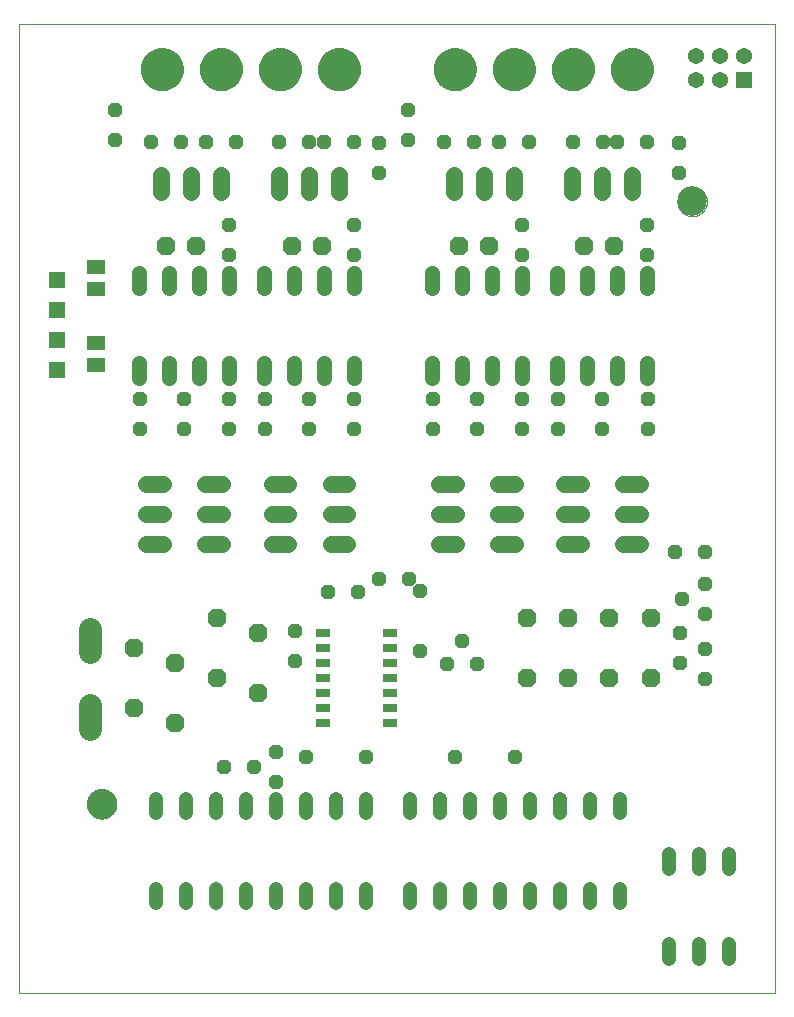
<source format=gbs>
G75*
%MOIN*%
%OFA0B0*%
%FSLAX25Y25*%
%IPPOS*%
%LPD*%
%AMOC8*
5,1,8,0,0,1.08239X$1,22.5*
%
%ADD10C,0.00000*%
%ADD11C,0.09843*%
%ADD12C,0.06299*%
%ADD13OC8,0.04800*%
%ADD14OC8,0.06300*%
%ADD15C,0.05118*%
%ADD16R,0.05400X0.05400*%
%ADD17C,0.05400*%
%ADD18C,0.05600*%
%ADD19C,0.04800*%
%ADD20C,0.07677*%
%ADD21R,0.05500X0.05500*%
%ADD22R,0.05000X0.02500*%
%ADD23C,0.07677*%
%ADD24R,0.05906X0.05118*%
D10*
X0001500Y0001500D02*
X0001500Y0324335D01*
X0253469Y0324335D01*
X0253469Y0001500D01*
X0001500Y0001500D01*
X0024138Y0064492D02*
X0024140Y0064632D01*
X0024146Y0064772D01*
X0024156Y0064911D01*
X0024170Y0065050D01*
X0024188Y0065189D01*
X0024209Y0065327D01*
X0024235Y0065465D01*
X0024265Y0065602D01*
X0024298Y0065737D01*
X0024336Y0065872D01*
X0024377Y0066006D01*
X0024422Y0066139D01*
X0024470Y0066270D01*
X0024523Y0066399D01*
X0024579Y0066528D01*
X0024638Y0066654D01*
X0024702Y0066779D01*
X0024768Y0066902D01*
X0024839Y0067023D01*
X0024912Y0067142D01*
X0024989Y0067259D01*
X0025070Y0067373D01*
X0025153Y0067485D01*
X0025240Y0067595D01*
X0025330Y0067703D01*
X0025422Y0067807D01*
X0025518Y0067909D01*
X0025617Y0068009D01*
X0025718Y0068105D01*
X0025822Y0068199D01*
X0025929Y0068289D01*
X0026038Y0068376D01*
X0026150Y0068461D01*
X0026264Y0068542D01*
X0026380Y0068620D01*
X0026498Y0068694D01*
X0026619Y0068765D01*
X0026741Y0068833D01*
X0026866Y0068897D01*
X0026992Y0068958D01*
X0027119Y0069015D01*
X0027249Y0069068D01*
X0027380Y0069118D01*
X0027512Y0069163D01*
X0027645Y0069206D01*
X0027780Y0069244D01*
X0027915Y0069278D01*
X0028052Y0069309D01*
X0028189Y0069336D01*
X0028327Y0069358D01*
X0028466Y0069377D01*
X0028605Y0069392D01*
X0028744Y0069403D01*
X0028884Y0069410D01*
X0029024Y0069413D01*
X0029164Y0069412D01*
X0029304Y0069407D01*
X0029443Y0069398D01*
X0029583Y0069385D01*
X0029722Y0069368D01*
X0029860Y0069347D01*
X0029998Y0069323D01*
X0030135Y0069294D01*
X0030271Y0069262D01*
X0030406Y0069225D01*
X0030540Y0069185D01*
X0030673Y0069141D01*
X0030804Y0069093D01*
X0030934Y0069042D01*
X0031063Y0068987D01*
X0031190Y0068928D01*
X0031315Y0068865D01*
X0031438Y0068800D01*
X0031560Y0068730D01*
X0031679Y0068657D01*
X0031797Y0068581D01*
X0031912Y0068502D01*
X0032025Y0068419D01*
X0032135Y0068333D01*
X0032243Y0068244D01*
X0032348Y0068152D01*
X0032451Y0068057D01*
X0032551Y0067959D01*
X0032648Y0067859D01*
X0032742Y0067755D01*
X0032834Y0067649D01*
X0032922Y0067541D01*
X0033007Y0067430D01*
X0033089Y0067316D01*
X0033168Y0067200D01*
X0033243Y0067083D01*
X0033315Y0066963D01*
X0033383Y0066841D01*
X0033448Y0066717D01*
X0033510Y0066591D01*
X0033568Y0066464D01*
X0033622Y0066335D01*
X0033673Y0066204D01*
X0033719Y0066072D01*
X0033762Y0065939D01*
X0033802Y0065805D01*
X0033837Y0065670D01*
X0033869Y0065533D01*
X0033896Y0065396D01*
X0033920Y0065258D01*
X0033940Y0065120D01*
X0033956Y0064981D01*
X0033968Y0064841D01*
X0033976Y0064702D01*
X0033980Y0064562D01*
X0033980Y0064422D01*
X0033976Y0064282D01*
X0033968Y0064143D01*
X0033956Y0064003D01*
X0033940Y0063864D01*
X0033920Y0063726D01*
X0033896Y0063588D01*
X0033869Y0063451D01*
X0033837Y0063314D01*
X0033802Y0063179D01*
X0033762Y0063045D01*
X0033719Y0062912D01*
X0033673Y0062780D01*
X0033622Y0062649D01*
X0033568Y0062520D01*
X0033510Y0062393D01*
X0033448Y0062267D01*
X0033383Y0062143D01*
X0033315Y0062021D01*
X0033243Y0061901D01*
X0033168Y0061784D01*
X0033089Y0061668D01*
X0033007Y0061554D01*
X0032922Y0061443D01*
X0032834Y0061335D01*
X0032742Y0061229D01*
X0032648Y0061125D01*
X0032551Y0061025D01*
X0032451Y0060927D01*
X0032348Y0060832D01*
X0032243Y0060740D01*
X0032135Y0060651D01*
X0032025Y0060565D01*
X0031912Y0060482D01*
X0031797Y0060403D01*
X0031679Y0060327D01*
X0031560Y0060254D01*
X0031438Y0060184D01*
X0031315Y0060119D01*
X0031190Y0060056D01*
X0031063Y0059997D01*
X0030934Y0059942D01*
X0030804Y0059891D01*
X0030673Y0059843D01*
X0030540Y0059799D01*
X0030406Y0059759D01*
X0030271Y0059722D01*
X0030135Y0059690D01*
X0029998Y0059661D01*
X0029860Y0059637D01*
X0029722Y0059616D01*
X0029583Y0059599D01*
X0029443Y0059586D01*
X0029304Y0059577D01*
X0029164Y0059572D01*
X0029024Y0059571D01*
X0028884Y0059574D01*
X0028744Y0059581D01*
X0028605Y0059592D01*
X0028466Y0059607D01*
X0028327Y0059626D01*
X0028189Y0059648D01*
X0028052Y0059675D01*
X0027915Y0059706D01*
X0027780Y0059740D01*
X0027645Y0059778D01*
X0027512Y0059821D01*
X0027380Y0059866D01*
X0027249Y0059916D01*
X0027119Y0059969D01*
X0026992Y0060026D01*
X0026866Y0060087D01*
X0026741Y0060151D01*
X0026619Y0060219D01*
X0026498Y0060290D01*
X0026380Y0060364D01*
X0026264Y0060442D01*
X0026150Y0060523D01*
X0026038Y0060608D01*
X0025929Y0060695D01*
X0025822Y0060785D01*
X0025718Y0060879D01*
X0025617Y0060975D01*
X0025518Y0061075D01*
X0025422Y0061177D01*
X0025330Y0061281D01*
X0025240Y0061389D01*
X0025153Y0061499D01*
X0025070Y0061611D01*
X0024989Y0061725D01*
X0024912Y0061842D01*
X0024839Y0061961D01*
X0024768Y0062082D01*
X0024702Y0062205D01*
X0024638Y0062330D01*
X0024579Y0062456D01*
X0024523Y0062585D01*
X0024470Y0062714D01*
X0024422Y0062845D01*
X0024377Y0062978D01*
X0024336Y0063112D01*
X0024298Y0063247D01*
X0024265Y0063382D01*
X0024235Y0063519D01*
X0024209Y0063657D01*
X0024188Y0063795D01*
X0024170Y0063934D01*
X0024156Y0064073D01*
X0024146Y0064212D01*
X0024140Y0064352D01*
X0024138Y0064492D01*
X0220988Y0265280D02*
X0220990Y0265420D01*
X0220996Y0265560D01*
X0221006Y0265699D01*
X0221020Y0265838D01*
X0221038Y0265977D01*
X0221059Y0266115D01*
X0221085Y0266253D01*
X0221115Y0266390D01*
X0221148Y0266525D01*
X0221186Y0266660D01*
X0221227Y0266794D01*
X0221272Y0266927D01*
X0221320Y0267058D01*
X0221373Y0267187D01*
X0221429Y0267316D01*
X0221488Y0267442D01*
X0221552Y0267567D01*
X0221618Y0267690D01*
X0221689Y0267811D01*
X0221762Y0267930D01*
X0221839Y0268047D01*
X0221920Y0268161D01*
X0222003Y0268273D01*
X0222090Y0268383D01*
X0222180Y0268491D01*
X0222272Y0268595D01*
X0222368Y0268697D01*
X0222467Y0268797D01*
X0222568Y0268893D01*
X0222672Y0268987D01*
X0222779Y0269077D01*
X0222888Y0269164D01*
X0223000Y0269249D01*
X0223114Y0269330D01*
X0223230Y0269408D01*
X0223348Y0269482D01*
X0223469Y0269553D01*
X0223591Y0269621D01*
X0223716Y0269685D01*
X0223842Y0269746D01*
X0223969Y0269803D01*
X0224099Y0269856D01*
X0224230Y0269906D01*
X0224362Y0269951D01*
X0224495Y0269994D01*
X0224630Y0270032D01*
X0224765Y0270066D01*
X0224902Y0270097D01*
X0225039Y0270124D01*
X0225177Y0270146D01*
X0225316Y0270165D01*
X0225455Y0270180D01*
X0225594Y0270191D01*
X0225734Y0270198D01*
X0225874Y0270201D01*
X0226014Y0270200D01*
X0226154Y0270195D01*
X0226293Y0270186D01*
X0226433Y0270173D01*
X0226572Y0270156D01*
X0226710Y0270135D01*
X0226848Y0270111D01*
X0226985Y0270082D01*
X0227121Y0270050D01*
X0227256Y0270013D01*
X0227390Y0269973D01*
X0227523Y0269929D01*
X0227654Y0269881D01*
X0227784Y0269830D01*
X0227913Y0269775D01*
X0228040Y0269716D01*
X0228165Y0269653D01*
X0228288Y0269588D01*
X0228410Y0269518D01*
X0228529Y0269445D01*
X0228647Y0269369D01*
X0228762Y0269290D01*
X0228875Y0269207D01*
X0228985Y0269121D01*
X0229093Y0269032D01*
X0229198Y0268940D01*
X0229301Y0268845D01*
X0229401Y0268747D01*
X0229498Y0268647D01*
X0229592Y0268543D01*
X0229684Y0268437D01*
X0229772Y0268329D01*
X0229857Y0268218D01*
X0229939Y0268104D01*
X0230018Y0267988D01*
X0230093Y0267871D01*
X0230165Y0267751D01*
X0230233Y0267629D01*
X0230298Y0267505D01*
X0230360Y0267379D01*
X0230418Y0267252D01*
X0230472Y0267123D01*
X0230523Y0266992D01*
X0230569Y0266860D01*
X0230612Y0266727D01*
X0230652Y0266593D01*
X0230687Y0266458D01*
X0230719Y0266321D01*
X0230746Y0266184D01*
X0230770Y0266046D01*
X0230790Y0265908D01*
X0230806Y0265769D01*
X0230818Y0265629D01*
X0230826Y0265490D01*
X0230830Y0265350D01*
X0230830Y0265210D01*
X0230826Y0265070D01*
X0230818Y0264931D01*
X0230806Y0264791D01*
X0230790Y0264652D01*
X0230770Y0264514D01*
X0230746Y0264376D01*
X0230719Y0264239D01*
X0230687Y0264102D01*
X0230652Y0263967D01*
X0230612Y0263833D01*
X0230569Y0263700D01*
X0230523Y0263568D01*
X0230472Y0263437D01*
X0230418Y0263308D01*
X0230360Y0263181D01*
X0230298Y0263055D01*
X0230233Y0262931D01*
X0230165Y0262809D01*
X0230093Y0262689D01*
X0230018Y0262572D01*
X0229939Y0262456D01*
X0229857Y0262342D01*
X0229772Y0262231D01*
X0229684Y0262123D01*
X0229592Y0262017D01*
X0229498Y0261913D01*
X0229401Y0261813D01*
X0229301Y0261715D01*
X0229198Y0261620D01*
X0229093Y0261528D01*
X0228985Y0261439D01*
X0228875Y0261353D01*
X0228762Y0261270D01*
X0228647Y0261191D01*
X0228529Y0261115D01*
X0228410Y0261042D01*
X0228288Y0260972D01*
X0228165Y0260907D01*
X0228040Y0260844D01*
X0227913Y0260785D01*
X0227784Y0260730D01*
X0227654Y0260679D01*
X0227523Y0260631D01*
X0227390Y0260587D01*
X0227256Y0260547D01*
X0227121Y0260510D01*
X0226985Y0260478D01*
X0226848Y0260449D01*
X0226710Y0260425D01*
X0226572Y0260404D01*
X0226433Y0260387D01*
X0226293Y0260374D01*
X0226154Y0260365D01*
X0226014Y0260360D01*
X0225874Y0260359D01*
X0225734Y0260362D01*
X0225594Y0260369D01*
X0225455Y0260380D01*
X0225316Y0260395D01*
X0225177Y0260414D01*
X0225039Y0260436D01*
X0224902Y0260463D01*
X0224765Y0260494D01*
X0224630Y0260528D01*
X0224495Y0260566D01*
X0224362Y0260609D01*
X0224230Y0260654D01*
X0224099Y0260704D01*
X0223969Y0260757D01*
X0223842Y0260814D01*
X0223716Y0260875D01*
X0223591Y0260939D01*
X0223469Y0261007D01*
X0223348Y0261078D01*
X0223230Y0261152D01*
X0223114Y0261230D01*
X0223000Y0261311D01*
X0222888Y0261396D01*
X0222779Y0261483D01*
X0222672Y0261573D01*
X0222568Y0261667D01*
X0222467Y0261763D01*
X0222368Y0261863D01*
X0222272Y0261965D01*
X0222180Y0262069D01*
X0222090Y0262177D01*
X0222003Y0262287D01*
X0221920Y0262399D01*
X0221839Y0262513D01*
X0221762Y0262630D01*
X0221689Y0262749D01*
X0221618Y0262870D01*
X0221552Y0262993D01*
X0221488Y0263118D01*
X0221429Y0263244D01*
X0221373Y0263373D01*
X0221320Y0263502D01*
X0221272Y0263633D01*
X0221227Y0263766D01*
X0221186Y0263900D01*
X0221148Y0264035D01*
X0221115Y0264170D01*
X0221085Y0264307D01*
X0221059Y0264445D01*
X0221038Y0264583D01*
X0221020Y0264722D01*
X0221006Y0264861D01*
X0220996Y0265000D01*
X0220990Y0265140D01*
X0220988Y0265280D01*
D11*
X0225909Y0265280D03*
X0029059Y0064492D03*
D12*
X0045201Y0309374D02*
X0045203Y0309499D01*
X0045209Y0309624D01*
X0045219Y0309748D01*
X0045233Y0309872D01*
X0045250Y0309996D01*
X0045272Y0310119D01*
X0045298Y0310241D01*
X0045327Y0310363D01*
X0045360Y0310483D01*
X0045398Y0310602D01*
X0045438Y0310721D01*
X0045483Y0310837D01*
X0045531Y0310952D01*
X0045583Y0311066D01*
X0045639Y0311178D01*
X0045698Y0311288D01*
X0045760Y0311396D01*
X0045826Y0311503D01*
X0045895Y0311607D01*
X0045968Y0311708D01*
X0046043Y0311808D01*
X0046122Y0311905D01*
X0046204Y0311999D01*
X0046289Y0312091D01*
X0046376Y0312180D01*
X0046467Y0312266D01*
X0046560Y0312349D01*
X0046656Y0312430D01*
X0046754Y0312507D01*
X0046854Y0312581D01*
X0046957Y0312652D01*
X0047062Y0312719D01*
X0047170Y0312784D01*
X0047279Y0312844D01*
X0047390Y0312902D01*
X0047503Y0312955D01*
X0047617Y0313005D01*
X0047733Y0313052D01*
X0047850Y0313094D01*
X0047969Y0313133D01*
X0048089Y0313169D01*
X0048210Y0313200D01*
X0048332Y0313228D01*
X0048454Y0313251D01*
X0048578Y0313271D01*
X0048702Y0313287D01*
X0048826Y0313299D01*
X0048951Y0313307D01*
X0049076Y0313311D01*
X0049200Y0313311D01*
X0049325Y0313307D01*
X0049450Y0313299D01*
X0049574Y0313287D01*
X0049698Y0313271D01*
X0049822Y0313251D01*
X0049944Y0313228D01*
X0050066Y0313200D01*
X0050187Y0313169D01*
X0050307Y0313133D01*
X0050426Y0313094D01*
X0050543Y0313052D01*
X0050659Y0313005D01*
X0050773Y0312955D01*
X0050886Y0312902D01*
X0050997Y0312844D01*
X0051107Y0312784D01*
X0051214Y0312719D01*
X0051319Y0312652D01*
X0051422Y0312581D01*
X0051522Y0312507D01*
X0051620Y0312430D01*
X0051716Y0312349D01*
X0051809Y0312266D01*
X0051900Y0312180D01*
X0051987Y0312091D01*
X0052072Y0311999D01*
X0052154Y0311905D01*
X0052233Y0311808D01*
X0052308Y0311708D01*
X0052381Y0311607D01*
X0052450Y0311503D01*
X0052516Y0311396D01*
X0052578Y0311288D01*
X0052637Y0311178D01*
X0052693Y0311066D01*
X0052745Y0310952D01*
X0052793Y0310837D01*
X0052838Y0310721D01*
X0052878Y0310602D01*
X0052916Y0310483D01*
X0052949Y0310363D01*
X0052978Y0310241D01*
X0053004Y0310119D01*
X0053026Y0309996D01*
X0053043Y0309872D01*
X0053057Y0309748D01*
X0053067Y0309624D01*
X0053073Y0309499D01*
X0053075Y0309374D01*
X0053073Y0309249D01*
X0053067Y0309124D01*
X0053057Y0309000D01*
X0053043Y0308876D01*
X0053026Y0308752D01*
X0053004Y0308629D01*
X0052978Y0308507D01*
X0052949Y0308385D01*
X0052916Y0308265D01*
X0052878Y0308146D01*
X0052838Y0308027D01*
X0052793Y0307911D01*
X0052745Y0307796D01*
X0052693Y0307682D01*
X0052637Y0307570D01*
X0052578Y0307460D01*
X0052516Y0307352D01*
X0052450Y0307245D01*
X0052381Y0307141D01*
X0052308Y0307040D01*
X0052233Y0306940D01*
X0052154Y0306843D01*
X0052072Y0306749D01*
X0051987Y0306657D01*
X0051900Y0306568D01*
X0051809Y0306482D01*
X0051716Y0306399D01*
X0051620Y0306318D01*
X0051522Y0306241D01*
X0051422Y0306167D01*
X0051319Y0306096D01*
X0051214Y0306029D01*
X0051106Y0305964D01*
X0050997Y0305904D01*
X0050886Y0305846D01*
X0050773Y0305793D01*
X0050659Y0305743D01*
X0050543Y0305696D01*
X0050426Y0305654D01*
X0050307Y0305615D01*
X0050187Y0305579D01*
X0050066Y0305548D01*
X0049944Y0305520D01*
X0049822Y0305497D01*
X0049698Y0305477D01*
X0049574Y0305461D01*
X0049450Y0305449D01*
X0049325Y0305441D01*
X0049200Y0305437D01*
X0049076Y0305437D01*
X0048951Y0305441D01*
X0048826Y0305449D01*
X0048702Y0305461D01*
X0048578Y0305477D01*
X0048454Y0305497D01*
X0048332Y0305520D01*
X0048210Y0305548D01*
X0048089Y0305579D01*
X0047969Y0305615D01*
X0047850Y0305654D01*
X0047733Y0305696D01*
X0047617Y0305743D01*
X0047503Y0305793D01*
X0047390Y0305846D01*
X0047279Y0305904D01*
X0047169Y0305964D01*
X0047062Y0306029D01*
X0046957Y0306096D01*
X0046854Y0306167D01*
X0046754Y0306241D01*
X0046656Y0306318D01*
X0046560Y0306399D01*
X0046467Y0306482D01*
X0046376Y0306568D01*
X0046289Y0306657D01*
X0046204Y0306749D01*
X0046122Y0306843D01*
X0046043Y0306940D01*
X0045968Y0307040D01*
X0045895Y0307141D01*
X0045826Y0307245D01*
X0045760Y0307352D01*
X0045698Y0307460D01*
X0045639Y0307570D01*
X0045583Y0307682D01*
X0045531Y0307796D01*
X0045483Y0307911D01*
X0045438Y0308027D01*
X0045398Y0308146D01*
X0045360Y0308265D01*
X0045327Y0308385D01*
X0045298Y0308507D01*
X0045272Y0308629D01*
X0045250Y0308752D01*
X0045233Y0308876D01*
X0045219Y0309000D01*
X0045209Y0309124D01*
X0045203Y0309249D01*
X0045201Y0309374D01*
X0064886Y0309374D02*
X0064888Y0309499D01*
X0064894Y0309624D01*
X0064904Y0309748D01*
X0064918Y0309872D01*
X0064935Y0309996D01*
X0064957Y0310119D01*
X0064983Y0310241D01*
X0065012Y0310363D01*
X0065045Y0310483D01*
X0065083Y0310602D01*
X0065123Y0310721D01*
X0065168Y0310837D01*
X0065216Y0310952D01*
X0065268Y0311066D01*
X0065324Y0311178D01*
X0065383Y0311288D01*
X0065445Y0311396D01*
X0065511Y0311503D01*
X0065580Y0311607D01*
X0065653Y0311708D01*
X0065728Y0311808D01*
X0065807Y0311905D01*
X0065889Y0311999D01*
X0065974Y0312091D01*
X0066061Y0312180D01*
X0066152Y0312266D01*
X0066245Y0312349D01*
X0066341Y0312430D01*
X0066439Y0312507D01*
X0066539Y0312581D01*
X0066642Y0312652D01*
X0066747Y0312719D01*
X0066855Y0312784D01*
X0066964Y0312844D01*
X0067075Y0312902D01*
X0067188Y0312955D01*
X0067302Y0313005D01*
X0067418Y0313052D01*
X0067535Y0313094D01*
X0067654Y0313133D01*
X0067774Y0313169D01*
X0067895Y0313200D01*
X0068017Y0313228D01*
X0068139Y0313251D01*
X0068263Y0313271D01*
X0068387Y0313287D01*
X0068511Y0313299D01*
X0068636Y0313307D01*
X0068761Y0313311D01*
X0068885Y0313311D01*
X0069010Y0313307D01*
X0069135Y0313299D01*
X0069259Y0313287D01*
X0069383Y0313271D01*
X0069507Y0313251D01*
X0069629Y0313228D01*
X0069751Y0313200D01*
X0069872Y0313169D01*
X0069992Y0313133D01*
X0070111Y0313094D01*
X0070228Y0313052D01*
X0070344Y0313005D01*
X0070458Y0312955D01*
X0070571Y0312902D01*
X0070682Y0312844D01*
X0070792Y0312784D01*
X0070899Y0312719D01*
X0071004Y0312652D01*
X0071107Y0312581D01*
X0071207Y0312507D01*
X0071305Y0312430D01*
X0071401Y0312349D01*
X0071494Y0312266D01*
X0071585Y0312180D01*
X0071672Y0312091D01*
X0071757Y0311999D01*
X0071839Y0311905D01*
X0071918Y0311808D01*
X0071993Y0311708D01*
X0072066Y0311607D01*
X0072135Y0311503D01*
X0072201Y0311396D01*
X0072263Y0311288D01*
X0072322Y0311178D01*
X0072378Y0311066D01*
X0072430Y0310952D01*
X0072478Y0310837D01*
X0072523Y0310721D01*
X0072563Y0310602D01*
X0072601Y0310483D01*
X0072634Y0310363D01*
X0072663Y0310241D01*
X0072689Y0310119D01*
X0072711Y0309996D01*
X0072728Y0309872D01*
X0072742Y0309748D01*
X0072752Y0309624D01*
X0072758Y0309499D01*
X0072760Y0309374D01*
X0072758Y0309249D01*
X0072752Y0309124D01*
X0072742Y0309000D01*
X0072728Y0308876D01*
X0072711Y0308752D01*
X0072689Y0308629D01*
X0072663Y0308507D01*
X0072634Y0308385D01*
X0072601Y0308265D01*
X0072563Y0308146D01*
X0072523Y0308027D01*
X0072478Y0307911D01*
X0072430Y0307796D01*
X0072378Y0307682D01*
X0072322Y0307570D01*
X0072263Y0307460D01*
X0072201Y0307352D01*
X0072135Y0307245D01*
X0072066Y0307141D01*
X0071993Y0307040D01*
X0071918Y0306940D01*
X0071839Y0306843D01*
X0071757Y0306749D01*
X0071672Y0306657D01*
X0071585Y0306568D01*
X0071494Y0306482D01*
X0071401Y0306399D01*
X0071305Y0306318D01*
X0071207Y0306241D01*
X0071107Y0306167D01*
X0071004Y0306096D01*
X0070899Y0306029D01*
X0070791Y0305964D01*
X0070682Y0305904D01*
X0070571Y0305846D01*
X0070458Y0305793D01*
X0070344Y0305743D01*
X0070228Y0305696D01*
X0070111Y0305654D01*
X0069992Y0305615D01*
X0069872Y0305579D01*
X0069751Y0305548D01*
X0069629Y0305520D01*
X0069507Y0305497D01*
X0069383Y0305477D01*
X0069259Y0305461D01*
X0069135Y0305449D01*
X0069010Y0305441D01*
X0068885Y0305437D01*
X0068761Y0305437D01*
X0068636Y0305441D01*
X0068511Y0305449D01*
X0068387Y0305461D01*
X0068263Y0305477D01*
X0068139Y0305497D01*
X0068017Y0305520D01*
X0067895Y0305548D01*
X0067774Y0305579D01*
X0067654Y0305615D01*
X0067535Y0305654D01*
X0067418Y0305696D01*
X0067302Y0305743D01*
X0067188Y0305793D01*
X0067075Y0305846D01*
X0066964Y0305904D01*
X0066854Y0305964D01*
X0066747Y0306029D01*
X0066642Y0306096D01*
X0066539Y0306167D01*
X0066439Y0306241D01*
X0066341Y0306318D01*
X0066245Y0306399D01*
X0066152Y0306482D01*
X0066061Y0306568D01*
X0065974Y0306657D01*
X0065889Y0306749D01*
X0065807Y0306843D01*
X0065728Y0306940D01*
X0065653Y0307040D01*
X0065580Y0307141D01*
X0065511Y0307245D01*
X0065445Y0307352D01*
X0065383Y0307460D01*
X0065324Y0307570D01*
X0065268Y0307682D01*
X0065216Y0307796D01*
X0065168Y0307911D01*
X0065123Y0308027D01*
X0065083Y0308146D01*
X0065045Y0308265D01*
X0065012Y0308385D01*
X0064983Y0308507D01*
X0064957Y0308629D01*
X0064935Y0308752D01*
X0064918Y0308876D01*
X0064904Y0309000D01*
X0064894Y0309124D01*
X0064888Y0309249D01*
X0064886Y0309374D01*
X0084571Y0309374D02*
X0084573Y0309499D01*
X0084579Y0309624D01*
X0084589Y0309748D01*
X0084603Y0309872D01*
X0084620Y0309996D01*
X0084642Y0310119D01*
X0084668Y0310241D01*
X0084697Y0310363D01*
X0084730Y0310483D01*
X0084768Y0310602D01*
X0084808Y0310721D01*
X0084853Y0310837D01*
X0084901Y0310952D01*
X0084953Y0311066D01*
X0085009Y0311178D01*
X0085068Y0311288D01*
X0085130Y0311396D01*
X0085196Y0311503D01*
X0085265Y0311607D01*
X0085338Y0311708D01*
X0085413Y0311808D01*
X0085492Y0311905D01*
X0085574Y0311999D01*
X0085659Y0312091D01*
X0085746Y0312180D01*
X0085837Y0312266D01*
X0085930Y0312349D01*
X0086026Y0312430D01*
X0086124Y0312507D01*
X0086224Y0312581D01*
X0086327Y0312652D01*
X0086432Y0312719D01*
X0086540Y0312784D01*
X0086649Y0312844D01*
X0086760Y0312902D01*
X0086873Y0312955D01*
X0086987Y0313005D01*
X0087103Y0313052D01*
X0087220Y0313094D01*
X0087339Y0313133D01*
X0087459Y0313169D01*
X0087580Y0313200D01*
X0087702Y0313228D01*
X0087824Y0313251D01*
X0087948Y0313271D01*
X0088072Y0313287D01*
X0088196Y0313299D01*
X0088321Y0313307D01*
X0088446Y0313311D01*
X0088570Y0313311D01*
X0088695Y0313307D01*
X0088820Y0313299D01*
X0088944Y0313287D01*
X0089068Y0313271D01*
X0089192Y0313251D01*
X0089314Y0313228D01*
X0089436Y0313200D01*
X0089557Y0313169D01*
X0089677Y0313133D01*
X0089796Y0313094D01*
X0089913Y0313052D01*
X0090029Y0313005D01*
X0090143Y0312955D01*
X0090256Y0312902D01*
X0090367Y0312844D01*
X0090477Y0312784D01*
X0090584Y0312719D01*
X0090689Y0312652D01*
X0090792Y0312581D01*
X0090892Y0312507D01*
X0090990Y0312430D01*
X0091086Y0312349D01*
X0091179Y0312266D01*
X0091270Y0312180D01*
X0091357Y0312091D01*
X0091442Y0311999D01*
X0091524Y0311905D01*
X0091603Y0311808D01*
X0091678Y0311708D01*
X0091751Y0311607D01*
X0091820Y0311503D01*
X0091886Y0311396D01*
X0091948Y0311288D01*
X0092007Y0311178D01*
X0092063Y0311066D01*
X0092115Y0310952D01*
X0092163Y0310837D01*
X0092208Y0310721D01*
X0092248Y0310602D01*
X0092286Y0310483D01*
X0092319Y0310363D01*
X0092348Y0310241D01*
X0092374Y0310119D01*
X0092396Y0309996D01*
X0092413Y0309872D01*
X0092427Y0309748D01*
X0092437Y0309624D01*
X0092443Y0309499D01*
X0092445Y0309374D01*
X0092443Y0309249D01*
X0092437Y0309124D01*
X0092427Y0309000D01*
X0092413Y0308876D01*
X0092396Y0308752D01*
X0092374Y0308629D01*
X0092348Y0308507D01*
X0092319Y0308385D01*
X0092286Y0308265D01*
X0092248Y0308146D01*
X0092208Y0308027D01*
X0092163Y0307911D01*
X0092115Y0307796D01*
X0092063Y0307682D01*
X0092007Y0307570D01*
X0091948Y0307460D01*
X0091886Y0307352D01*
X0091820Y0307245D01*
X0091751Y0307141D01*
X0091678Y0307040D01*
X0091603Y0306940D01*
X0091524Y0306843D01*
X0091442Y0306749D01*
X0091357Y0306657D01*
X0091270Y0306568D01*
X0091179Y0306482D01*
X0091086Y0306399D01*
X0090990Y0306318D01*
X0090892Y0306241D01*
X0090792Y0306167D01*
X0090689Y0306096D01*
X0090584Y0306029D01*
X0090476Y0305964D01*
X0090367Y0305904D01*
X0090256Y0305846D01*
X0090143Y0305793D01*
X0090029Y0305743D01*
X0089913Y0305696D01*
X0089796Y0305654D01*
X0089677Y0305615D01*
X0089557Y0305579D01*
X0089436Y0305548D01*
X0089314Y0305520D01*
X0089192Y0305497D01*
X0089068Y0305477D01*
X0088944Y0305461D01*
X0088820Y0305449D01*
X0088695Y0305441D01*
X0088570Y0305437D01*
X0088446Y0305437D01*
X0088321Y0305441D01*
X0088196Y0305449D01*
X0088072Y0305461D01*
X0087948Y0305477D01*
X0087824Y0305497D01*
X0087702Y0305520D01*
X0087580Y0305548D01*
X0087459Y0305579D01*
X0087339Y0305615D01*
X0087220Y0305654D01*
X0087103Y0305696D01*
X0086987Y0305743D01*
X0086873Y0305793D01*
X0086760Y0305846D01*
X0086649Y0305904D01*
X0086539Y0305964D01*
X0086432Y0306029D01*
X0086327Y0306096D01*
X0086224Y0306167D01*
X0086124Y0306241D01*
X0086026Y0306318D01*
X0085930Y0306399D01*
X0085837Y0306482D01*
X0085746Y0306568D01*
X0085659Y0306657D01*
X0085574Y0306749D01*
X0085492Y0306843D01*
X0085413Y0306940D01*
X0085338Y0307040D01*
X0085265Y0307141D01*
X0085196Y0307245D01*
X0085130Y0307352D01*
X0085068Y0307460D01*
X0085009Y0307570D01*
X0084953Y0307682D01*
X0084901Y0307796D01*
X0084853Y0307911D01*
X0084808Y0308027D01*
X0084768Y0308146D01*
X0084730Y0308265D01*
X0084697Y0308385D01*
X0084668Y0308507D01*
X0084642Y0308629D01*
X0084620Y0308752D01*
X0084603Y0308876D01*
X0084589Y0309000D01*
X0084579Y0309124D01*
X0084573Y0309249D01*
X0084571Y0309374D01*
X0104256Y0309374D02*
X0104258Y0309499D01*
X0104264Y0309624D01*
X0104274Y0309748D01*
X0104288Y0309872D01*
X0104305Y0309996D01*
X0104327Y0310119D01*
X0104353Y0310241D01*
X0104382Y0310363D01*
X0104415Y0310483D01*
X0104453Y0310602D01*
X0104493Y0310721D01*
X0104538Y0310837D01*
X0104586Y0310952D01*
X0104638Y0311066D01*
X0104694Y0311178D01*
X0104753Y0311288D01*
X0104815Y0311396D01*
X0104881Y0311503D01*
X0104950Y0311607D01*
X0105023Y0311708D01*
X0105098Y0311808D01*
X0105177Y0311905D01*
X0105259Y0311999D01*
X0105344Y0312091D01*
X0105431Y0312180D01*
X0105522Y0312266D01*
X0105615Y0312349D01*
X0105711Y0312430D01*
X0105809Y0312507D01*
X0105909Y0312581D01*
X0106012Y0312652D01*
X0106117Y0312719D01*
X0106225Y0312784D01*
X0106334Y0312844D01*
X0106445Y0312902D01*
X0106558Y0312955D01*
X0106672Y0313005D01*
X0106788Y0313052D01*
X0106905Y0313094D01*
X0107024Y0313133D01*
X0107144Y0313169D01*
X0107265Y0313200D01*
X0107387Y0313228D01*
X0107509Y0313251D01*
X0107633Y0313271D01*
X0107757Y0313287D01*
X0107881Y0313299D01*
X0108006Y0313307D01*
X0108131Y0313311D01*
X0108255Y0313311D01*
X0108380Y0313307D01*
X0108505Y0313299D01*
X0108629Y0313287D01*
X0108753Y0313271D01*
X0108877Y0313251D01*
X0108999Y0313228D01*
X0109121Y0313200D01*
X0109242Y0313169D01*
X0109362Y0313133D01*
X0109481Y0313094D01*
X0109598Y0313052D01*
X0109714Y0313005D01*
X0109828Y0312955D01*
X0109941Y0312902D01*
X0110052Y0312844D01*
X0110162Y0312784D01*
X0110269Y0312719D01*
X0110374Y0312652D01*
X0110477Y0312581D01*
X0110577Y0312507D01*
X0110675Y0312430D01*
X0110771Y0312349D01*
X0110864Y0312266D01*
X0110955Y0312180D01*
X0111042Y0312091D01*
X0111127Y0311999D01*
X0111209Y0311905D01*
X0111288Y0311808D01*
X0111363Y0311708D01*
X0111436Y0311607D01*
X0111505Y0311503D01*
X0111571Y0311396D01*
X0111633Y0311288D01*
X0111692Y0311178D01*
X0111748Y0311066D01*
X0111800Y0310952D01*
X0111848Y0310837D01*
X0111893Y0310721D01*
X0111933Y0310602D01*
X0111971Y0310483D01*
X0112004Y0310363D01*
X0112033Y0310241D01*
X0112059Y0310119D01*
X0112081Y0309996D01*
X0112098Y0309872D01*
X0112112Y0309748D01*
X0112122Y0309624D01*
X0112128Y0309499D01*
X0112130Y0309374D01*
X0112128Y0309249D01*
X0112122Y0309124D01*
X0112112Y0309000D01*
X0112098Y0308876D01*
X0112081Y0308752D01*
X0112059Y0308629D01*
X0112033Y0308507D01*
X0112004Y0308385D01*
X0111971Y0308265D01*
X0111933Y0308146D01*
X0111893Y0308027D01*
X0111848Y0307911D01*
X0111800Y0307796D01*
X0111748Y0307682D01*
X0111692Y0307570D01*
X0111633Y0307460D01*
X0111571Y0307352D01*
X0111505Y0307245D01*
X0111436Y0307141D01*
X0111363Y0307040D01*
X0111288Y0306940D01*
X0111209Y0306843D01*
X0111127Y0306749D01*
X0111042Y0306657D01*
X0110955Y0306568D01*
X0110864Y0306482D01*
X0110771Y0306399D01*
X0110675Y0306318D01*
X0110577Y0306241D01*
X0110477Y0306167D01*
X0110374Y0306096D01*
X0110269Y0306029D01*
X0110161Y0305964D01*
X0110052Y0305904D01*
X0109941Y0305846D01*
X0109828Y0305793D01*
X0109714Y0305743D01*
X0109598Y0305696D01*
X0109481Y0305654D01*
X0109362Y0305615D01*
X0109242Y0305579D01*
X0109121Y0305548D01*
X0108999Y0305520D01*
X0108877Y0305497D01*
X0108753Y0305477D01*
X0108629Y0305461D01*
X0108505Y0305449D01*
X0108380Y0305441D01*
X0108255Y0305437D01*
X0108131Y0305437D01*
X0108006Y0305441D01*
X0107881Y0305449D01*
X0107757Y0305461D01*
X0107633Y0305477D01*
X0107509Y0305497D01*
X0107387Y0305520D01*
X0107265Y0305548D01*
X0107144Y0305579D01*
X0107024Y0305615D01*
X0106905Y0305654D01*
X0106788Y0305696D01*
X0106672Y0305743D01*
X0106558Y0305793D01*
X0106445Y0305846D01*
X0106334Y0305904D01*
X0106224Y0305964D01*
X0106117Y0306029D01*
X0106012Y0306096D01*
X0105909Y0306167D01*
X0105809Y0306241D01*
X0105711Y0306318D01*
X0105615Y0306399D01*
X0105522Y0306482D01*
X0105431Y0306568D01*
X0105344Y0306657D01*
X0105259Y0306749D01*
X0105177Y0306843D01*
X0105098Y0306940D01*
X0105023Y0307040D01*
X0104950Y0307141D01*
X0104881Y0307245D01*
X0104815Y0307352D01*
X0104753Y0307460D01*
X0104694Y0307570D01*
X0104638Y0307682D01*
X0104586Y0307796D01*
X0104538Y0307911D01*
X0104493Y0308027D01*
X0104453Y0308146D01*
X0104415Y0308265D01*
X0104382Y0308385D01*
X0104353Y0308507D01*
X0104327Y0308629D01*
X0104305Y0308752D01*
X0104288Y0308876D01*
X0104274Y0309000D01*
X0104264Y0309124D01*
X0104258Y0309249D01*
X0104256Y0309374D01*
X0142839Y0309374D02*
X0142841Y0309499D01*
X0142847Y0309624D01*
X0142857Y0309748D01*
X0142871Y0309872D01*
X0142888Y0309996D01*
X0142910Y0310119D01*
X0142936Y0310241D01*
X0142965Y0310363D01*
X0142998Y0310483D01*
X0143036Y0310602D01*
X0143076Y0310721D01*
X0143121Y0310837D01*
X0143169Y0310952D01*
X0143221Y0311066D01*
X0143277Y0311178D01*
X0143336Y0311288D01*
X0143398Y0311396D01*
X0143464Y0311503D01*
X0143533Y0311607D01*
X0143606Y0311708D01*
X0143681Y0311808D01*
X0143760Y0311905D01*
X0143842Y0311999D01*
X0143927Y0312091D01*
X0144014Y0312180D01*
X0144105Y0312266D01*
X0144198Y0312349D01*
X0144294Y0312430D01*
X0144392Y0312507D01*
X0144492Y0312581D01*
X0144595Y0312652D01*
X0144700Y0312719D01*
X0144808Y0312784D01*
X0144917Y0312844D01*
X0145028Y0312902D01*
X0145141Y0312955D01*
X0145255Y0313005D01*
X0145371Y0313052D01*
X0145488Y0313094D01*
X0145607Y0313133D01*
X0145727Y0313169D01*
X0145848Y0313200D01*
X0145970Y0313228D01*
X0146092Y0313251D01*
X0146216Y0313271D01*
X0146340Y0313287D01*
X0146464Y0313299D01*
X0146589Y0313307D01*
X0146714Y0313311D01*
X0146838Y0313311D01*
X0146963Y0313307D01*
X0147088Y0313299D01*
X0147212Y0313287D01*
X0147336Y0313271D01*
X0147460Y0313251D01*
X0147582Y0313228D01*
X0147704Y0313200D01*
X0147825Y0313169D01*
X0147945Y0313133D01*
X0148064Y0313094D01*
X0148181Y0313052D01*
X0148297Y0313005D01*
X0148411Y0312955D01*
X0148524Y0312902D01*
X0148635Y0312844D01*
X0148745Y0312784D01*
X0148852Y0312719D01*
X0148957Y0312652D01*
X0149060Y0312581D01*
X0149160Y0312507D01*
X0149258Y0312430D01*
X0149354Y0312349D01*
X0149447Y0312266D01*
X0149538Y0312180D01*
X0149625Y0312091D01*
X0149710Y0311999D01*
X0149792Y0311905D01*
X0149871Y0311808D01*
X0149946Y0311708D01*
X0150019Y0311607D01*
X0150088Y0311503D01*
X0150154Y0311396D01*
X0150216Y0311288D01*
X0150275Y0311178D01*
X0150331Y0311066D01*
X0150383Y0310952D01*
X0150431Y0310837D01*
X0150476Y0310721D01*
X0150516Y0310602D01*
X0150554Y0310483D01*
X0150587Y0310363D01*
X0150616Y0310241D01*
X0150642Y0310119D01*
X0150664Y0309996D01*
X0150681Y0309872D01*
X0150695Y0309748D01*
X0150705Y0309624D01*
X0150711Y0309499D01*
X0150713Y0309374D01*
X0150711Y0309249D01*
X0150705Y0309124D01*
X0150695Y0309000D01*
X0150681Y0308876D01*
X0150664Y0308752D01*
X0150642Y0308629D01*
X0150616Y0308507D01*
X0150587Y0308385D01*
X0150554Y0308265D01*
X0150516Y0308146D01*
X0150476Y0308027D01*
X0150431Y0307911D01*
X0150383Y0307796D01*
X0150331Y0307682D01*
X0150275Y0307570D01*
X0150216Y0307460D01*
X0150154Y0307352D01*
X0150088Y0307245D01*
X0150019Y0307141D01*
X0149946Y0307040D01*
X0149871Y0306940D01*
X0149792Y0306843D01*
X0149710Y0306749D01*
X0149625Y0306657D01*
X0149538Y0306568D01*
X0149447Y0306482D01*
X0149354Y0306399D01*
X0149258Y0306318D01*
X0149160Y0306241D01*
X0149060Y0306167D01*
X0148957Y0306096D01*
X0148852Y0306029D01*
X0148744Y0305964D01*
X0148635Y0305904D01*
X0148524Y0305846D01*
X0148411Y0305793D01*
X0148297Y0305743D01*
X0148181Y0305696D01*
X0148064Y0305654D01*
X0147945Y0305615D01*
X0147825Y0305579D01*
X0147704Y0305548D01*
X0147582Y0305520D01*
X0147460Y0305497D01*
X0147336Y0305477D01*
X0147212Y0305461D01*
X0147088Y0305449D01*
X0146963Y0305441D01*
X0146838Y0305437D01*
X0146714Y0305437D01*
X0146589Y0305441D01*
X0146464Y0305449D01*
X0146340Y0305461D01*
X0146216Y0305477D01*
X0146092Y0305497D01*
X0145970Y0305520D01*
X0145848Y0305548D01*
X0145727Y0305579D01*
X0145607Y0305615D01*
X0145488Y0305654D01*
X0145371Y0305696D01*
X0145255Y0305743D01*
X0145141Y0305793D01*
X0145028Y0305846D01*
X0144917Y0305904D01*
X0144807Y0305964D01*
X0144700Y0306029D01*
X0144595Y0306096D01*
X0144492Y0306167D01*
X0144392Y0306241D01*
X0144294Y0306318D01*
X0144198Y0306399D01*
X0144105Y0306482D01*
X0144014Y0306568D01*
X0143927Y0306657D01*
X0143842Y0306749D01*
X0143760Y0306843D01*
X0143681Y0306940D01*
X0143606Y0307040D01*
X0143533Y0307141D01*
X0143464Y0307245D01*
X0143398Y0307352D01*
X0143336Y0307460D01*
X0143277Y0307570D01*
X0143221Y0307682D01*
X0143169Y0307796D01*
X0143121Y0307911D01*
X0143076Y0308027D01*
X0143036Y0308146D01*
X0142998Y0308265D01*
X0142965Y0308385D01*
X0142936Y0308507D01*
X0142910Y0308629D01*
X0142888Y0308752D01*
X0142871Y0308876D01*
X0142857Y0309000D01*
X0142847Y0309124D01*
X0142841Y0309249D01*
X0142839Y0309374D01*
X0162524Y0309374D02*
X0162526Y0309499D01*
X0162532Y0309624D01*
X0162542Y0309748D01*
X0162556Y0309872D01*
X0162573Y0309996D01*
X0162595Y0310119D01*
X0162621Y0310241D01*
X0162650Y0310363D01*
X0162683Y0310483D01*
X0162721Y0310602D01*
X0162761Y0310721D01*
X0162806Y0310837D01*
X0162854Y0310952D01*
X0162906Y0311066D01*
X0162962Y0311178D01*
X0163021Y0311288D01*
X0163083Y0311396D01*
X0163149Y0311503D01*
X0163218Y0311607D01*
X0163291Y0311708D01*
X0163366Y0311808D01*
X0163445Y0311905D01*
X0163527Y0311999D01*
X0163612Y0312091D01*
X0163699Y0312180D01*
X0163790Y0312266D01*
X0163883Y0312349D01*
X0163979Y0312430D01*
X0164077Y0312507D01*
X0164177Y0312581D01*
X0164280Y0312652D01*
X0164385Y0312719D01*
X0164493Y0312784D01*
X0164602Y0312844D01*
X0164713Y0312902D01*
X0164826Y0312955D01*
X0164940Y0313005D01*
X0165056Y0313052D01*
X0165173Y0313094D01*
X0165292Y0313133D01*
X0165412Y0313169D01*
X0165533Y0313200D01*
X0165655Y0313228D01*
X0165777Y0313251D01*
X0165901Y0313271D01*
X0166025Y0313287D01*
X0166149Y0313299D01*
X0166274Y0313307D01*
X0166399Y0313311D01*
X0166523Y0313311D01*
X0166648Y0313307D01*
X0166773Y0313299D01*
X0166897Y0313287D01*
X0167021Y0313271D01*
X0167145Y0313251D01*
X0167267Y0313228D01*
X0167389Y0313200D01*
X0167510Y0313169D01*
X0167630Y0313133D01*
X0167749Y0313094D01*
X0167866Y0313052D01*
X0167982Y0313005D01*
X0168096Y0312955D01*
X0168209Y0312902D01*
X0168320Y0312844D01*
X0168430Y0312784D01*
X0168537Y0312719D01*
X0168642Y0312652D01*
X0168745Y0312581D01*
X0168845Y0312507D01*
X0168943Y0312430D01*
X0169039Y0312349D01*
X0169132Y0312266D01*
X0169223Y0312180D01*
X0169310Y0312091D01*
X0169395Y0311999D01*
X0169477Y0311905D01*
X0169556Y0311808D01*
X0169631Y0311708D01*
X0169704Y0311607D01*
X0169773Y0311503D01*
X0169839Y0311396D01*
X0169901Y0311288D01*
X0169960Y0311178D01*
X0170016Y0311066D01*
X0170068Y0310952D01*
X0170116Y0310837D01*
X0170161Y0310721D01*
X0170201Y0310602D01*
X0170239Y0310483D01*
X0170272Y0310363D01*
X0170301Y0310241D01*
X0170327Y0310119D01*
X0170349Y0309996D01*
X0170366Y0309872D01*
X0170380Y0309748D01*
X0170390Y0309624D01*
X0170396Y0309499D01*
X0170398Y0309374D01*
X0170396Y0309249D01*
X0170390Y0309124D01*
X0170380Y0309000D01*
X0170366Y0308876D01*
X0170349Y0308752D01*
X0170327Y0308629D01*
X0170301Y0308507D01*
X0170272Y0308385D01*
X0170239Y0308265D01*
X0170201Y0308146D01*
X0170161Y0308027D01*
X0170116Y0307911D01*
X0170068Y0307796D01*
X0170016Y0307682D01*
X0169960Y0307570D01*
X0169901Y0307460D01*
X0169839Y0307352D01*
X0169773Y0307245D01*
X0169704Y0307141D01*
X0169631Y0307040D01*
X0169556Y0306940D01*
X0169477Y0306843D01*
X0169395Y0306749D01*
X0169310Y0306657D01*
X0169223Y0306568D01*
X0169132Y0306482D01*
X0169039Y0306399D01*
X0168943Y0306318D01*
X0168845Y0306241D01*
X0168745Y0306167D01*
X0168642Y0306096D01*
X0168537Y0306029D01*
X0168429Y0305964D01*
X0168320Y0305904D01*
X0168209Y0305846D01*
X0168096Y0305793D01*
X0167982Y0305743D01*
X0167866Y0305696D01*
X0167749Y0305654D01*
X0167630Y0305615D01*
X0167510Y0305579D01*
X0167389Y0305548D01*
X0167267Y0305520D01*
X0167145Y0305497D01*
X0167021Y0305477D01*
X0166897Y0305461D01*
X0166773Y0305449D01*
X0166648Y0305441D01*
X0166523Y0305437D01*
X0166399Y0305437D01*
X0166274Y0305441D01*
X0166149Y0305449D01*
X0166025Y0305461D01*
X0165901Y0305477D01*
X0165777Y0305497D01*
X0165655Y0305520D01*
X0165533Y0305548D01*
X0165412Y0305579D01*
X0165292Y0305615D01*
X0165173Y0305654D01*
X0165056Y0305696D01*
X0164940Y0305743D01*
X0164826Y0305793D01*
X0164713Y0305846D01*
X0164602Y0305904D01*
X0164492Y0305964D01*
X0164385Y0306029D01*
X0164280Y0306096D01*
X0164177Y0306167D01*
X0164077Y0306241D01*
X0163979Y0306318D01*
X0163883Y0306399D01*
X0163790Y0306482D01*
X0163699Y0306568D01*
X0163612Y0306657D01*
X0163527Y0306749D01*
X0163445Y0306843D01*
X0163366Y0306940D01*
X0163291Y0307040D01*
X0163218Y0307141D01*
X0163149Y0307245D01*
X0163083Y0307352D01*
X0163021Y0307460D01*
X0162962Y0307570D01*
X0162906Y0307682D01*
X0162854Y0307796D01*
X0162806Y0307911D01*
X0162761Y0308027D01*
X0162721Y0308146D01*
X0162683Y0308265D01*
X0162650Y0308385D01*
X0162621Y0308507D01*
X0162595Y0308629D01*
X0162573Y0308752D01*
X0162556Y0308876D01*
X0162542Y0309000D01*
X0162532Y0309124D01*
X0162526Y0309249D01*
X0162524Y0309374D01*
X0182209Y0309374D02*
X0182211Y0309499D01*
X0182217Y0309624D01*
X0182227Y0309748D01*
X0182241Y0309872D01*
X0182258Y0309996D01*
X0182280Y0310119D01*
X0182306Y0310241D01*
X0182335Y0310363D01*
X0182368Y0310483D01*
X0182406Y0310602D01*
X0182446Y0310721D01*
X0182491Y0310837D01*
X0182539Y0310952D01*
X0182591Y0311066D01*
X0182647Y0311178D01*
X0182706Y0311288D01*
X0182768Y0311396D01*
X0182834Y0311503D01*
X0182903Y0311607D01*
X0182976Y0311708D01*
X0183051Y0311808D01*
X0183130Y0311905D01*
X0183212Y0311999D01*
X0183297Y0312091D01*
X0183384Y0312180D01*
X0183475Y0312266D01*
X0183568Y0312349D01*
X0183664Y0312430D01*
X0183762Y0312507D01*
X0183862Y0312581D01*
X0183965Y0312652D01*
X0184070Y0312719D01*
X0184178Y0312784D01*
X0184287Y0312844D01*
X0184398Y0312902D01*
X0184511Y0312955D01*
X0184625Y0313005D01*
X0184741Y0313052D01*
X0184858Y0313094D01*
X0184977Y0313133D01*
X0185097Y0313169D01*
X0185218Y0313200D01*
X0185340Y0313228D01*
X0185462Y0313251D01*
X0185586Y0313271D01*
X0185710Y0313287D01*
X0185834Y0313299D01*
X0185959Y0313307D01*
X0186084Y0313311D01*
X0186208Y0313311D01*
X0186333Y0313307D01*
X0186458Y0313299D01*
X0186582Y0313287D01*
X0186706Y0313271D01*
X0186830Y0313251D01*
X0186952Y0313228D01*
X0187074Y0313200D01*
X0187195Y0313169D01*
X0187315Y0313133D01*
X0187434Y0313094D01*
X0187551Y0313052D01*
X0187667Y0313005D01*
X0187781Y0312955D01*
X0187894Y0312902D01*
X0188005Y0312844D01*
X0188115Y0312784D01*
X0188222Y0312719D01*
X0188327Y0312652D01*
X0188430Y0312581D01*
X0188530Y0312507D01*
X0188628Y0312430D01*
X0188724Y0312349D01*
X0188817Y0312266D01*
X0188908Y0312180D01*
X0188995Y0312091D01*
X0189080Y0311999D01*
X0189162Y0311905D01*
X0189241Y0311808D01*
X0189316Y0311708D01*
X0189389Y0311607D01*
X0189458Y0311503D01*
X0189524Y0311396D01*
X0189586Y0311288D01*
X0189645Y0311178D01*
X0189701Y0311066D01*
X0189753Y0310952D01*
X0189801Y0310837D01*
X0189846Y0310721D01*
X0189886Y0310602D01*
X0189924Y0310483D01*
X0189957Y0310363D01*
X0189986Y0310241D01*
X0190012Y0310119D01*
X0190034Y0309996D01*
X0190051Y0309872D01*
X0190065Y0309748D01*
X0190075Y0309624D01*
X0190081Y0309499D01*
X0190083Y0309374D01*
X0190081Y0309249D01*
X0190075Y0309124D01*
X0190065Y0309000D01*
X0190051Y0308876D01*
X0190034Y0308752D01*
X0190012Y0308629D01*
X0189986Y0308507D01*
X0189957Y0308385D01*
X0189924Y0308265D01*
X0189886Y0308146D01*
X0189846Y0308027D01*
X0189801Y0307911D01*
X0189753Y0307796D01*
X0189701Y0307682D01*
X0189645Y0307570D01*
X0189586Y0307460D01*
X0189524Y0307352D01*
X0189458Y0307245D01*
X0189389Y0307141D01*
X0189316Y0307040D01*
X0189241Y0306940D01*
X0189162Y0306843D01*
X0189080Y0306749D01*
X0188995Y0306657D01*
X0188908Y0306568D01*
X0188817Y0306482D01*
X0188724Y0306399D01*
X0188628Y0306318D01*
X0188530Y0306241D01*
X0188430Y0306167D01*
X0188327Y0306096D01*
X0188222Y0306029D01*
X0188114Y0305964D01*
X0188005Y0305904D01*
X0187894Y0305846D01*
X0187781Y0305793D01*
X0187667Y0305743D01*
X0187551Y0305696D01*
X0187434Y0305654D01*
X0187315Y0305615D01*
X0187195Y0305579D01*
X0187074Y0305548D01*
X0186952Y0305520D01*
X0186830Y0305497D01*
X0186706Y0305477D01*
X0186582Y0305461D01*
X0186458Y0305449D01*
X0186333Y0305441D01*
X0186208Y0305437D01*
X0186084Y0305437D01*
X0185959Y0305441D01*
X0185834Y0305449D01*
X0185710Y0305461D01*
X0185586Y0305477D01*
X0185462Y0305497D01*
X0185340Y0305520D01*
X0185218Y0305548D01*
X0185097Y0305579D01*
X0184977Y0305615D01*
X0184858Y0305654D01*
X0184741Y0305696D01*
X0184625Y0305743D01*
X0184511Y0305793D01*
X0184398Y0305846D01*
X0184287Y0305904D01*
X0184177Y0305964D01*
X0184070Y0306029D01*
X0183965Y0306096D01*
X0183862Y0306167D01*
X0183762Y0306241D01*
X0183664Y0306318D01*
X0183568Y0306399D01*
X0183475Y0306482D01*
X0183384Y0306568D01*
X0183297Y0306657D01*
X0183212Y0306749D01*
X0183130Y0306843D01*
X0183051Y0306940D01*
X0182976Y0307040D01*
X0182903Y0307141D01*
X0182834Y0307245D01*
X0182768Y0307352D01*
X0182706Y0307460D01*
X0182647Y0307570D01*
X0182591Y0307682D01*
X0182539Y0307796D01*
X0182491Y0307911D01*
X0182446Y0308027D01*
X0182406Y0308146D01*
X0182368Y0308265D01*
X0182335Y0308385D01*
X0182306Y0308507D01*
X0182280Y0308629D01*
X0182258Y0308752D01*
X0182241Y0308876D01*
X0182227Y0309000D01*
X0182217Y0309124D01*
X0182211Y0309249D01*
X0182209Y0309374D01*
X0201894Y0309374D02*
X0201896Y0309499D01*
X0201902Y0309624D01*
X0201912Y0309748D01*
X0201926Y0309872D01*
X0201943Y0309996D01*
X0201965Y0310119D01*
X0201991Y0310241D01*
X0202020Y0310363D01*
X0202053Y0310483D01*
X0202091Y0310602D01*
X0202131Y0310721D01*
X0202176Y0310837D01*
X0202224Y0310952D01*
X0202276Y0311066D01*
X0202332Y0311178D01*
X0202391Y0311288D01*
X0202453Y0311396D01*
X0202519Y0311503D01*
X0202588Y0311607D01*
X0202661Y0311708D01*
X0202736Y0311808D01*
X0202815Y0311905D01*
X0202897Y0311999D01*
X0202982Y0312091D01*
X0203069Y0312180D01*
X0203160Y0312266D01*
X0203253Y0312349D01*
X0203349Y0312430D01*
X0203447Y0312507D01*
X0203547Y0312581D01*
X0203650Y0312652D01*
X0203755Y0312719D01*
X0203863Y0312784D01*
X0203972Y0312844D01*
X0204083Y0312902D01*
X0204196Y0312955D01*
X0204310Y0313005D01*
X0204426Y0313052D01*
X0204543Y0313094D01*
X0204662Y0313133D01*
X0204782Y0313169D01*
X0204903Y0313200D01*
X0205025Y0313228D01*
X0205147Y0313251D01*
X0205271Y0313271D01*
X0205395Y0313287D01*
X0205519Y0313299D01*
X0205644Y0313307D01*
X0205769Y0313311D01*
X0205893Y0313311D01*
X0206018Y0313307D01*
X0206143Y0313299D01*
X0206267Y0313287D01*
X0206391Y0313271D01*
X0206515Y0313251D01*
X0206637Y0313228D01*
X0206759Y0313200D01*
X0206880Y0313169D01*
X0207000Y0313133D01*
X0207119Y0313094D01*
X0207236Y0313052D01*
X0207352Y0313005D01*
X0207466Y0312955D01*
X0207579Y0312902D01*
X0207690Y0312844D01*
X0207800Y0312784D01*
X0207907Y0312719D01*
X0208012Y0312652D01*
X0208115Y0312581D01*
X0208215Y0312507D01*
X0208313Y0312430D01*
X0208409Y0312349D01*
X0208502Y0312266D01*
X0208593Y0312180D01*
X0208680Y0312091D01*
X0208765Y0311999D01*
X0208847Y0311905D01*
X0208926Y0311808D01*
X0209001Y0311708D01*
X0209074Y0311607D01*
X0209143Y0311503D01*
X0209209Y0311396D01*
X0209271Y0311288D01*
X0209330Y0311178D01*
X0209386Y0311066D01*
X0209438Y0310952D01*
X0209486Y0310837D01*
X0209531Y0310721D01*
X0209571Y0310602D01*
X0209609Y0310483D01*
X0209642Y0310363D01*
X0209671Y0310241D01*
X0209697Y0310119D01*
X0209719Y0309996D01*
X0209736Y0309872D01*
X0209750Y0309748D01*
X0209760Y0309624D01*
X0209766Y0309499D01*
X0209768Y0309374D01*
X0209766Y0309249D01*
X0209760Y0309124D01*
X0209750Y0309000D01*
X0209736Y0308876D01*
X0209719Y0308752D01*
X0209697Y0308629D01*
X0209671Y0308507D01*
X0209642Y0308385D01*
X0209609Y0308265D01*
X0209571Y0308146D01*
X0209531Y0308027D01*
X0209486Y0307911D01*
X0209438Y0307796D01*
X0209386Y0307682D01*
X0209330Y0307570D01*
X0209271Y0307460D01*
X0209209Y0307352D01*
X0209143Y0307245D01*
X0209074Y0307141D01*
X0209001Y0307040D01*
X0208926Y0306940D01*
X0208847Y0306843D01*
X0208765Y0306749D01*
X0208680Y0306657D01*
X0208593Y0306568D01*
X0208502Y0306482D01*
X0208409Y0306399D01*
X0208313Y0306318D01*
X0208215Y0306241D01*
X0208115Y0306167D01*
X0208012Y0306096D01*
X0207907Y0306029D01*
X0207799Y0305964D01*
X0207690Y0305904D01*
X0207579Y0305846D01*
X0207466Y0305793D01*
X0207352Y0305743D01*
X0207236Y0305696D01*
X0207119Y0305654D01*
X0207000Y0305615D01*
X0206880Y0305579D01*
X0206759Y0305548D01*
X0206637Y0305520D01*
X0206515Y0305497D01*
X0206391Y0305477D01*
X0206267Y0305461D01*
X0206143Y0305449D01*
X0206018Y0305441D01*
X0205893Y0305437D01*
X0205769Y0305437D01*
X0205644Y0305441D01*
X0205519Y0305449D01*
X0205395Y0305461D01*
X0205271Y0305477D01*
X0205147Y0305497D01*
X0205025Y0305520D01*
X0204903Y0305548D01*
X0204782Y0305579D01*
X0204662Y0305615D01*
X0204543Y0305654D01*
X0204426Y0305696D01*
X0204310Y0305743D01*
X0204196Y0305793D01*
X0204083Y0305846D01*
X0203972Y0305904D01*
X0203862Y0305964D01*
X0203755Y0306029D01*
X0203650Y0306096D01*
X0203547Y0306167D01*
X0203447Y0306241D01*
X0203349Y0306318D01*
X0203253Y0306399D01*
X0203160Y0306482D01*
X0203069Y0306568D01*
X0202982Y0306657D01*
X0202897Y0306749D01*
X0202815Y0306843D01*
X0202736Y0306940D01*
X0202661Y0307040D01*
X0202588Y0307141D01*
X0202519Y0307245D01*
X0202453Y0307352D01*
X0202391Y0307460D01*
X0202332Y0307570D01*
X0202276Y0307682D01*
X0202224Y0307796D01*
X0202176Y0307911D01*
X0202131Y0308027D01*
X0202091Y0308146D01*
X0202053Y0308265D01*
X0202020Y0308385D01*
X0201991Y0308507D01*
X0201965Y0308629D01*
X0201943Y0308752D01*
X0201926Y0308876D01*
X0201912Y0309000D01*
X0201902Y0309124D01*
X0201896Y0309249D01*
X0201894Y0309374D01*
D13*
X0200831Y0284965D03*
X0196106Y0284965D03*
X0186106Y0284965D03*
X0171461Y0284965D03*
X0161461Y0284965D03*
X0153154Y0284965D03*
X0143154Y0284965D03*
X0131224Y0285870D03*
X0131224Y0295870D03*
X0121579Y0284846D03*
X0113193Y0284965D03*
X0121579Y0274846D03*
X0113311Y0257484D03*
X0113311Y0247484D03*
X0103193Y0284965D03*
X0098232Y0284965D03*
X0088232Y0284965D03*
X0073823Y0284965D03*
X0063823Y0284965D03*
X0055516Y0284965D03*
X0045516Y0284965D03*
X0033587Y0285870D03*
X0033587Y0295870D03*
X0071579Y0257484D03*
X0071579Y0247484D03*
X0071579Y0199413D03*
X0071579Y0189413D03*
X0083508Y0189413D03*
X0083508Y0199413D03*
X0098350Y0199413D03*
X0098350Y0189413D03*
X0113193Y0189413D03*
X0113193Y0199413D03*
X0139413Y0199413D03*
X0139413Y0189413D03*
X0154256Y0189413D03*
X0154256Y0199413D03*
X0169335Y0199413D03*
X0169335Y0189413D03*
X0181146Y0189413D03*
X0181146Y0199413D03*
X0195988Y0199413D03*
X0195988Y0189413D03*
X0211067Y0189413D03*
X0211067Y0199413D03*
X0210949Y0247484D03*
X0210949Y0257484D03*
X0221382Y0274846D03*
X0221382Y0284846D03*
X0210831Y0284965D03*
X0169217Y0257484D03*
X0169217Y0247484D03*
X0220122Y0148350D03*
X0230122Y0148350D03*
X0230043Y0137799D03*
X0222543Y0132799D03*
X0230043Y0127799D03*
X0222012Y0121382D03*
X0230043Y0116106D03*
X0222012Y0111382D03*
X0230043Y0106106D03*
X0167012Y0080240D03*
X0147012Y0080240D03*
X0144138Y0111106D03*
X0149138Y0118606D03*
X0154138Y0111106D03*
X0135358Y0115476D03*
X0135358Y0135476D03*
X0131500Y0139295D03*
X0121500Y0139295D03*
X0114413Y0134965D03*
X0104413Y0134965D03*
X0093429Y0122091D03*
X0093429Y0112091D03*
X0087327Y0081894D03*
X0079925Y0076894D03*
X0087327Y0071894D03*
X0097209Y0080240D03*
X0117209Y0080240D03*
X0069925Y0076894D03*
X0056618Y0189413D03*
X0056618Y0199413D03*
X0041776Y0199413D03*
X0041776Y0189413D03*
D14*
X0050634Y0250516D03*
X0060634Y0250516D03*
X0092366Y0250516D03*
X0102366Y0250516D03*
X0148272Y0250516D03*
X0158272Y0250516D03*
X0190004Y0250516D03*
X0200004Y0250516D03*
X0198350Y0126382D03*
X0184571Y0126382D03*
X0170791Y0126382D03*
X0170791Y0106382D03*
X0184571Y0106382D03*
X0198350Y0106382D03*
X0212130Y0106382D03*
X0212130Y0126382D03*
X0081224Y0121343D03*
X0067445Y0126303D03*
X0053665Y0111303D03*
X0067445Y0106303D03*
X0081224Y0101343D03*
X0053665Y0091303D03*
X0039886Y0096264D03*
X0039886Y0116264D03*
D15*
X0041618Y0206382D02*
X0041618Y0211500D01*
X0051618Y0211500D02*
X0051618Y0206382D01*
X0061618Y0206382D02*
X0061618Y0211500D01*
X0071618Y0211500D02*
X0071618Y0206382D01*
X0083350Y0206382D02*
X0083350Y0211500D01*
X0093350Y0211500D02*
X0093350Y0206382D01*
X0103350Y0206382D02*
X0103350Y0211500D01*
X0113350Y0211500D02*
X0113350Y0206382D01*
X0113350Y0236382D02*
X0113350Y0241500D01*
X0103350Y0241500D02*
X0103350Y0236382D01*
X0093350Y0236382D02*
X0093350Y0241500D01*
X0083350Y0241500D02*
X0083350Y0236382D01*
X0071618Y0236382D02*
X0071618Y0241500D01*
X0061618Y0241500D02*
X0061618Y0236382D01*
X0051618Y0236382D02*
X0051618Y0241500D01*
X0041618Y0241500D02*
X0041618Y0236382D01*
X0139256Y0236382D02*
X0139256Y0241500D01*
X0149256Y0241500D02*
X0149256Y0236382D01*
X0159256Y0236382D02*
X0159256Y0241500D01*
X0169256Y0241500D02*
X0169256Y0236382D01*
X0180988Y0236382D02*
X0180988Y0241500D01*
X0190988Y0241500D02*
X0190988Y0236382D01*
X0200988Y0236382D02*
X0200988Y0241500D01*
X0210988Y0241500D02*
X0210988Y0236382D01*
X0210988Y0211500D02*
X0210988Y0206382D01*
X0200988Y0206382D02*
X0200988Y0211500D01*
X0190988Y0211500D02*
X0190988Y0206382D01*
X0180988Y0206382D02*
X0180988Y0211500D01*
X0169256Y0211500D02*
X0169256Y0206382D01*
X0159256Y0206382D02*
X0159256Y0211500D01*
X0149256Y0211500D02*
X0149256Y0206382D01*
X0139256Y0206382D02*
X0139256Y0211500D01*
D16*
X0243035Y0305831D03*
D17*
X0243035Y0313705D03*
X0235161Y0313705D03*
X0235161Y0305831D03*
X0227287Y0305831D03*
X0227287Y0313705D03*
D18*
X0205988Y0273985D02*
X0205988Y0268385D01*
X0195988Y0268385D02*
X0195988Y0273985D01*
X0185988Y0273985D02*
X0185988Y0268385D01*
X0166618Y0268385D02*
X0166618Y0273985D01*
X0156618Y0273985D02*
X0156618Y0268385D01*
X0146618Y0268385D02*
X0146618Y0273985D01*
X0108350Y0273985D02*
X0108350Y0268385D01*
X0098350Y0268385D02*
X0098350Y0273985D01*
X0088350Y0273985D02*
X0088350Y0268385D01*
X0068980Y0268385D02*
X0068980Y0273985D01*
X0058980Y0273985D02*
X0058980Y0268385D01*
X0048980Y0268385D02*
X0048980Y0273985D01*
X0049576Y0170949D02*
X0043976Y0170949D01*
X0043976Y0160949D02*
X0049576Y0160949D01*
X0049576Y0150949D02*
X0043976Y0150949D01*
X0063661Y0150949D02*
X0069261Y0150949D01*
X0069261Y0160949D02*
X0063661Y0160949D01*
X0063661Y0170949D02*
X0069261Y0170949D01*
X0085708Y0170949D02*
X0091308Y0170949D01*
X0091308Y0160949D02*
X0085708Y0160949D01*
X0085708Y0150949D02*
X0091308Y0150949D01*
X0105393Y0150949D02*
X0110993Y0150949D01*
X0110993Y0160949D02*
X0105393Y0160949D01*
X0105393Y0170949D02*
X0110993Y0170949D01*
X0141613Y0170949D02*
X0147213Y0170949D01*
X0147213Y0160949D02*
X0141613Y0160949D01*
X0141613Y0150949D02*
X0147213Y0150949D01*
X0161298Y0150949D02*
X0166898Y0150949D01*
X0166898Y0160949D02*
X0161298Y0160949D01*
X0161298Y0170949D02*
X0166898Y0170949D01*
X0183346Y0170949D02*
X0188946Y0170949D01*
X0188946Y0160949D02*
X0183346Y0160949D01*
X0183346Y0150949D02*
X0188946Y0150949D01*
X0203031Y0150949D02*
X0208631Y0150949D01*
X0208631Y0160949D02*
X0203031Y0160949D01*
X0203031Y0170949D02*
X0208631Y0170949D01*
D19*
X0201854Y0066144D02*
X0201854Y0061344D01*
X0191854Y0061344D02*
X0191854Y0066144D01*
X0181854Y0066144D02*
X0181854Y0061344D01*
X0171854Y0061344D02*
X0171854Y0066144D01*
X0161854Y0066144D02*
X0161854Y0061344D01*
X0151854Y0061344D02*
X0151854Y0066144D01*
X0141854Y0066144D02*
X0141854Y0061344D01*
X0131854Y0061344D02*
X0131854Y0066144D01*
X0117209Y0066144D02*
X0117209Y0061344D01*
X0107209Y0061344D02*
X0107209Y0066144D01*
X0097209Y0066144D02*
X0097209Y0061344D01*
X0087209Y0061344D02*
X0087209Y0066144D01*
X0077209Y0066144D02*
X0077209Y0061344D01*
X0067209Y0061344D02*
X0067209Y0066144D01*
X0057209Y0066144D02*
X0057209Y0061344D01*
X0047209Y0061344D02*
X0047209Y0066144D01*
X0047209Y0036144D02*
X0047209Y0031344D01*
X0057209Y0031344D02*
X0057209Y0036144D01*
X0067209Y0036144D02*
X0067209Y0031344D01*
X0077209Y0031344D02*
X0077209Y0036144D01*
X0087209Y0036144D02*
X0087209Y0031344D01*
X0097209Y0031344D02*
X0097209Y0036144D01*
X0107209Y0036144D02*
X0107209Y0031344D01*
X0117209Y0031344D02*
X0117209Y0036144D01*
X0131854Y0036144D02*
X0131854Y0031344D01*
X0141854Y0031344D02*
X0141854Y0036144D01*
X0151854Y0036144D02*
X0151854Y0031344D01*
X0161854Y0031344D02*
X0161854Y0036144D01*
X0171854Y0036144D02*
X0171854Y0031344D01*
X0181854Y0031344D02*
X0181854Y0036144D01*
X0191854Y0036144D02*
X0191854Y0031344D01*
X0201854Y0031344D02*
X0201854Y0036144D01*
X0218272Y0042840D02*
X0218272Y0047640D01*
X0228272Y0047640D02*
X0228272Y0042840D01*
X0238272Y0042840D02*
X0238272Y0047640D01*
X0238272Y0017640D02*
X0238272Y0012840D01*
X0228272Y0012840D02*
X0228272Y0017640D01*
X0218272Y0017640D02*
X0218272Y0012840D01*
D20*
X0205831Y0309374D03*
X0186146Y0309374D03*
X0166461Y0309374D03*
X0146776Y0309374D03*
X0108193Y0309374D03*
X0088508Y0309374D03*
X0068823Y0309374D03*
X0049138Y0309374D03*
D21*
X0014217Y0238941D03*
X0014217Y0228941D03*
X0014217Y0218941D03*
X0014217Y0208941D03*
D22*
X0102760Y0121461D03*
X0102760Y0116461D03*
X0102760Y0111461D03*
X0102760Y0106461D03*
X0102760Y0101461D03*
X0102760Y0096461D03*
X0102760Y0091461D03*
X0125358Y0091461D03*
X0125358Y0096461D03*
X0125358Y0101461D03*
X0125358Y0106461D03*
X0125358Y0111461D03*
X0125358Y0116461D03*
X0125358Y0121461D03*
D23*
X0025122Y0122858D02*
X0025122Y0115181D01*
X0025122Y0097268D02*
X0025122Y0089591D01*
D24*
X0027091Y0210752D03*
X0027091Y0218232D03*
X0027091Y0235949D03*
X0027091Y0243429D03*
M02*

</source>
